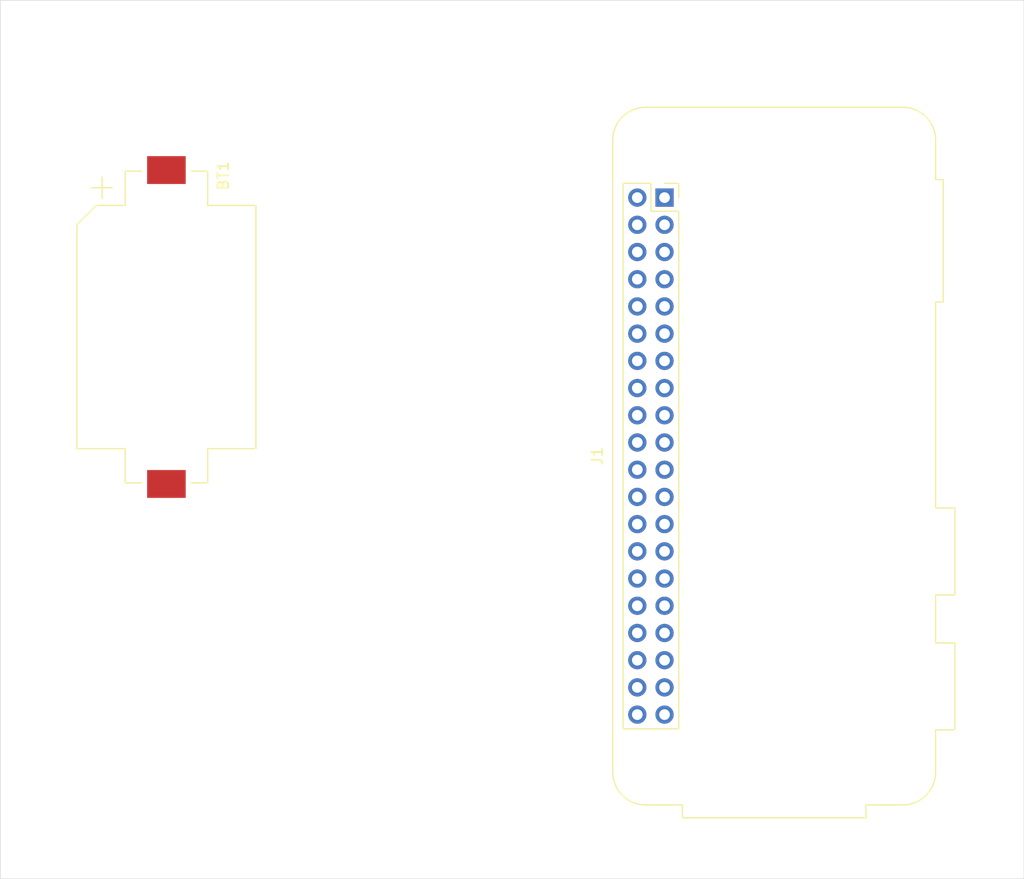
<source format=kicad_pcb>
(kicad_pcb (version 20240108) (generator "pcbnew") (generator_version "8.0")
  (layers (0 "F.Cu" signal) (31 "B.Cu" signal) (34 "B.Paste" user) (35 "F.Paste" user) (36 "B.SilkS" user "B.Silkscreen") (37 "F.SilkS" user "F.Silkscreen") (38 "B.Mask" user) (39 "F.Mask" user) (44 "Edge.Cuts" user))
  (net 0 "")
  (net 1 "+5V")
  (net 2 "GND")
  (net 5 "Net-(J1-3V3-Pad1)")
  (footprint "Battery:BatteryHolder_Keystone_1060_1x2032" (layer "F.Cu") (at 89 93 -90)
    (property "Reference" "BT1" (at -14.125 -5.3 90) (layer "F.SilkS"))
    (property "Value" "Battery_Cell")
    (fp_line (start -9.55 8.35) (end -11.35 6.55) (stroke (width 0.12)) (layer "F.SilkS"))
    (fp_line (start 11.35 8.35) (end -9.55 8.35) (stroke (width 0.12)) (layer "F.SilkS"))
    (fp_line (start 11.35 8.35) (end 11.35 3.85) (stroke (width 0.12)) (layer "F.SilkS"))
    (fp_line (start -11.35 6.55) (end -11.35 3.85) (stroke (width 0.12)) (layer "F.SilkS"))
    (fp_line (start -12 6) (end -14 6) (stroke (width 0.12)) (layer "F.SilkS"))
    (fp_line (start -13 5) (end -13 7) (stroke (width 0.12)) (layer "F.SilkS"))
    (fp_line (start -14.55 3.85) (end -14.55 2.3) (stroke (width 0.12)) (layer "F.SilkS"))
    (fp_line (start -11.35 3.85) (end -14.55 3.85) (stroke (width 0.12)) (layer "F.SilkS"))
    (fp_line (start 11.35 3.85) (end 14.55 3.85) (stroke (width 0.12)) (layer "F.SilkS"))
    (fp_line (start 14.55 3.85) (end 14.55 2.3) (stroke (width 0.12)) (layer "F.SilkS"))
    (fp_line (start -14.55 -3.85) (end -14.55 -2.3) (stroke (width 0.12)) (layer "F.SilkS"))
    (fp_line (start -11.35 -3.85) (end -14.55 -3.85) (stroke (width 0.12)) (layer "F.SilkS"))
    (fp_line (start 11.35 -3.85) (end 14.55 -3.85) (stroke (width 0.12)) (layer "F.SilkS"))
    (fp_line (start 14.55 -3.85) (end 14.55 -2.3) (stroke (width 0.12)) (layer "F.SilkS"))
    (fp_line (start -11.35 -8.35) (end -11.35 -3.85) (stroke (width 0.12)) (layer "F.SilkS"))
    (fp_line (start -11.35 -8.35) (end 11.35 -8.35) (stroke (width 0.12)) (layer "F.SilkS"))
    (fp_line (start 11.35 -8.35) (end 11.35 -3.85) (stroke (width 0.12)) (layer "F.SilkS"))
    (pad "1" smd rect (at -14.65 0 90) (size 2.6 3.6) (layers "F.Cu" "F.Paste" "F.Mask") (net 1 "+5V"))
    (pad "2" smd rect (at 14.65 0 90) (size 2.6 3.6) (layers "F.Cu" "F.Paste" "F.Mask") (net 2 "GND"))
  )
  (footprint "Module:Raspberry_Pi_Zero_Socketed_THT_FaceDown_MountingHoles" (layer "F.Cu") (at 135.47 80.919533)
    (property "Reference" "J1" (at -6.27 24.13 90) (layer "F.SilkS"))
    (property "Value" "Raspberry_Pi_2_3")
    (fp_line (start -4.83 53.63) (end -4.83 -5.37) (stroke (width 0.12)) (layer "F.SilkS"))
    (fp_line (start -3.87 -1.33) (end -3.87 49.59) (stroke (width 0.12)) (layer "F.SilkS"))
    (fp_line (start -3.87 -1.33) (end -1.27 -1.33) (stroke (width 0.12)) (layer "F.SilkS"))
    (fp_line (start -3.87 49.59) (end 1.33 49.59) (stroke (width 0.12)) (layer "F.SilkS"))
    (fp_line (start -1.77 -8.43) (end 22.23 -8.43) (stroke (width 0.12)) (layer "F.SilkS"))
    (fp_line (start -1.27 -1.33) (end -1.27 1.27) (stroke (width 0.12)) (layer "F.SilkS"))
    (fp_line (start -1.27 1.27) (end 1.33 1.27) (stroke (width 0.12)) (layer "F.SilkS"))
    (fp_line (start 0 -1.33) (end 1.33 -1.33) (stroke (width 0.12)) (layer "F.SilkS"))
    (fp_line (start 1.33 -1.33) (end 1.33 0) (stroke (width 0.12)) (layer "F.SilkS"))
    (fp_line (start 1.33 1.27) (end 1.33 49.59) (stroke (width 0.12)) (layer "F.SilkS"))
    (fp_line (start 1.67 56.69) (end -1.77 56.69) (stroke (width 0.12)) (layer "F.SilkS"))
    (fp_line (start 1.67 56.69) (end 1.67 57.89) (stroke (width 0.12)) (layer "F.SilkS"))
    (fp_line (start 1.67 57.89) (end 18.79 57.89) (stroke (width 0.12)) (layer "F.SilkS"))
    (fp_line (start 18.79 56.69) (end 22.23 56.69) (stroke (width 0.12)) (layer "F.SilkS"))
    (fp_line (start 18.79 57.89) (end 18.79 56.69) (stroke (width 0.12)) (layer "F.SilkS"))
    (fp_line (start 25.29 -1.68) (end 25.29 -5.37) (stroke (width 0.12)) (layer "F.SilkS"))
    (fp_line (start 25.29 9.74) (end 25.99 9.74) (stroke (width 0.12)) (layer "F.SilkS"))
    (fp_line (start 25.29 28.97) (end 25.29 9.74) (stroke (width 0.12)) (layer "F.SilkS"))
    (fp_line (start 25.29 37.09) (end 27.09 37.09) (stroke (width 0.12)) (layer "F.SilkS"))
    (fp_line (start 25.29 41.57) (end 25.29 37.09) (stroke (width 0.12)) (layer "F.SilkS"))
    (fp_line (start 25.29 49.69) (end 27.09 49.69) (stroke (width 0.12)) (layer "F.SilkS"))
    (fp_line (start 25.29 53.63) (end 25.29 49.69) (stroke (width 0.12)) (layer "F.SilkS"))
    (fp_line (start 25.99 -1.68) (end 25.29 -1.68) (stroke (width 0.12)) (layer "F.SilkS"))
    (fp_line (start 25.99 9.74) (end 25.99 -1.68) (stroke (width 0.12)) (layer "F.SilkS"))
    (fp_line (start 27.09 28.97) (end 25.29 28.97) (stroke (width 0.12)) (layer "F.SilkS"))
    (fp_line (start 27.09 37.09) (end 27.09 28.97) (stroke (width 0.12)) (layer "F.SilkS"))
    (fp_line (start 27.09 41.57) (end 25.29 41.57) (stroke (width 0.12)) (layer "F.SilkS"))
    (fp_line (start 27.09 49.69) (end 27.09 41.57) (stroke (width 0.12)) (layer "F.SilkS"))
    (fp_arc (start -4.83 -5.37) (mid -3.933747 -7.533747) (end -1.77 -8.43) (stroke (width 0.12)) (layer "F.SilkS"))
    (fp_arc (start -1.77 56.69) (mid -3.933747 55.793747) (end -4.83 53.63) (stroke (width 0.12)) (layer "F.SilkS"))
    (fp_arc (start 22.23 -8.43) (mid 24.393747 -7.533747) (end 25.29 -5.37) (stroke (width 0.12)) (layer "F.SilkS"))
    (fp_arc (start 25.29 53.63) (mid 24.393747 55.793747) (end 22.23 56.69) (stroke (width 0.12)) (layer "F.SilkS"))
    (pad "" np_thru_hole circle (at -1.27 -4.87 90) (size 2.75 2.75) (drill 2.75) (layers "*.Cu" "*.Mask"))
    (pad "" np_thru_hole circle (at -1.27 53.13 90) (size 2.75 2.75) (drill 2.75) (layers "*.Cu" "*.Mask"))
    (pad "" np_thru_hole circle (at 21.73 -4.87 90) (size 2.75 2.75) (drill 2.75) (layers "*.Cu" "*.Mask"))
    (pad "" np_thru_hole circle (at 21.73 53.13 90) (size 2.75 2.75) (drill 2.75) (layers "*.Cu" "*.Mask"))
    (pad "1" thru_hole rect (at 0 0) (size 1.7 1.7) (drill 1) (layers "*.Cu" "*.Mask") (net 5 "Net-(J1-3V3-Pad1)"))
    (pad "2" thru_hole oval (at -2.54 0) (size 1.7 1.7) (drill 1) (layers "*.Cu" "*.Mask") (net 1 "+5V"))
    (pad "3" thru_hole oval (at 0 2.54) (size 1.7 1.7) (drill 1) (layers "*.Cu" "*.Mask"))
    (pad "4" thru_hole oval (at -2.54 2.54) (size 1.7 1.7) (drill 1) (layers "*.Cu" "*.Mask") (net 1 "+5V"))
    (pad "5" thru_hole oval (at 0 5.08) (size 1.7 1.7) (drill 1) (layers "*.Cu" "*.Mask"))
    (pad "6" thru_hole oval (at -2.54 5.08) (size 1.7 1.7) (drill 1) (layers "*.Cu" "*.Mask") (net 2 "GND"))
    (pad "7" thru_hole oval (at 0 7.62) (size 1.7 1.7) (drill 1) (layers "*.Cu" "*.Mask"))
    (pad "8" thru_hole oval (at -2.54 7.62) (size 1.7 1.7) (drill 1) (layers "*.Cu" "*.Mask"))
    (pad "9" thru_hole oval (at 0 10.16) (size 1.7 1.7) (drill 1) (layers "*.Cu" "*.Mask") (net 2 "GND"))
    (pad "10" thru_hole oval (at -2.54 10.16) (size 1.7 1.7) (drill 1) (layers "*.Cu" "*.Mask"))
    (pad "11" thru_hole oval (at 0 12.7) (size 1.7 1.7) (drill 1) (layers "*.Cu" "*.Mask"))
    (pad "12" thru_hole oval (at -2.54 12.7) (size 1.7 1.7) (drill 1) (layers "*.Cu" "*.Mask"))
    (pad "13" thru_hole oval (at 0 15.24) (size 1.7 1.7) (drill 1) (layers "*.Cu" "*.Mask"))
    (pad "14" thru_hole oval (at -2.54 15.24) (size 1.7 1.7) (drill 1) (layers "*.Cu" "*.Mask") (net 2 "GND"))
    (pad "15" thru_hole oval (at 0 17.78) (size 1.7 1.7) (drill 1) (layers "*.Cu" "*.Mask"))
    (pad "16" thru_hole oval (at -2.54 17.78) (size 1.7 1.7) (drill 1) (layers "*.Cu" "*.Mask"))
    (pad "17" thru_hole oval (at 0 20.32) (size 1.7 1.7) (drill 1) (layers "*.Cu" "*.Mask") (net 5 "Net-(J1-3V3-Pad1)"))
    (pad "18" thru_hole oval (at -2.54 20.32) (size 1.7 1.7) (drill 1) (layers "*.Cu" "*.Mask"))
    (pad "19" thru_hole oval (at 0 22.86) (size 1.7 1.7) (drill 1) (layers "*.Cu" "*.Mask"))
    (pad "20" thru_hole oval (at -2.54 22.86) (size 1.7 1.7) (drill 1) (layers "*.Cu" "*.Mask") (net 2 "GND"))
    (pad "21" thru_hole oval (at 0 25.4) (size 1.7 1.7) (drill 1) (layers "*.Cu" "*.Mask"))
    (pad "22" thru_hole oval (at -2.54 25.4) (size 1.7 1.7) (drill 1) (layers "*.Cu" "*.Mask"))
    (pad "23" thru_hole oval (at 0 27.94) (size 1.7 1.7) (drill 1) (layers "*.Cu" "*.Mask"))
    (pad "24" thru_hole oval (at -2.54 27.94) (size 1.7 1.7) (drill 1) (layers "*.Cu" "*.Mask"))
    (pad "25" thru_hole oval (at 0 30.48) (size 1.7 1.7) (drill 1) (layers "*.Cu" "*.Mask") (net 2 "GND"))
    (pad "26" thru_hole oval (at -2.54 30.48) (size 1.7 1.7) (drill 1) (layers "*.Cu" "*.Mask"))
    (pad "27" thru_hole oval (at 0 33.02) (size 1.7 1.7) (drill 1) (layers "*.Cu" "*.Mask"))
    (pad "28" thru_hole oval (at -2.54 33.02) (size 1.7 1.7) (drill 1) (layers "*.Cu" "*.Mask"))
    (pad "29" thru_hole oval (at 0 35.56) (size 1.7 1.7) (drill 1) (layers "*.Cu" "*.Mask"))
    (pad "30" thru_hole oval (at -2.54 35.56) (size 1.7 1.7) (drill 1) (layers "*.Cu" "*.Mask") (net 2 "GND"))
    (pad "31" thru_hole oval (at 0 38.1) (size 1.7 1.7) (drill 1) (layers "*.Cu" "*.Mask"))
    (pad "32" thru_hole oval (at -2.54 38.1) (size 1.7 1.7) (drill 1) (layers "*.Cu" "*.Mask"))
    (pad "33" thru_hole oval (at 0 40.64) (size 1.7 1.7) (drill 1) (layers "*.Cu" "*.Mask"))
    (pad "34" thru_hole oval (at -2.54 40.64) (size 1.7 1.7) (drill 1) (layers "*.Cu" "*.Mask") (net 2 "GND"))
    (pad "35" thru_hole oval (at 0 43.18) (size 1.7 1.7) (drill 1) (layers "*.Cu" "*.Mask"))
    (pad "36" thru_hole oval (at -2.54 43.18) (size 1.7 1.7) (drill 1) (layers "*.Cu" "*.Mask"))
    (pad "37" thru_hole oval (at 0 45.72) (size 1.7 1.7) (drill 1) (layers "*.Cu" "*.Mask"))
    (pad "38" thru_hole oval (at -2.54 45.72) (size 1.7 1.7) (drill 1) (layers "*.Cu" "*.Mask"))
    (pad "39" thru_hole oval (at 0 48.26) (size 1.7 1.7) (drill 1) (layers "*.Cu" "*.Mask") (net 2 "GND"))
    (pad "40" thru_hole oval (at -2.54 48.26) (size 1.7 1.7) (drill 1) (layers "*.Cu" "*.Mask"))
  )
  (gr_rect (start 73.5 62.5) (end 169 144.5) (stroke (width 0.05)) (fill none) (layer "Edge.Cuts"))
)
</source>
